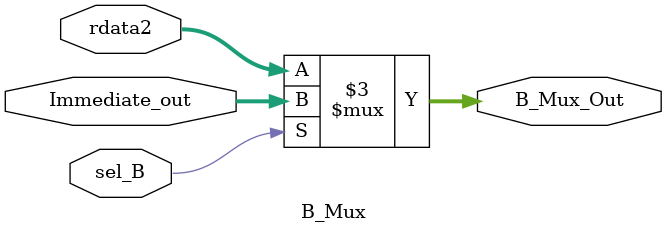
<source format=sv>
module B_Mux (rdata2, Immediate_out, sel_B, B_Mux_Out);
input logic [31:0] rdata2;
input logic [31:0] Immediate_out;
input logic sel_B;
output  logic [31:0] B_Mux_Out;
always_comb
begin
        if ( sel_B ) begin
        B_Mux_Out = Immediate_out;
        end
        else begin
        B_Mux_Out = rdata2;
        end
end
endmodule

</source>
